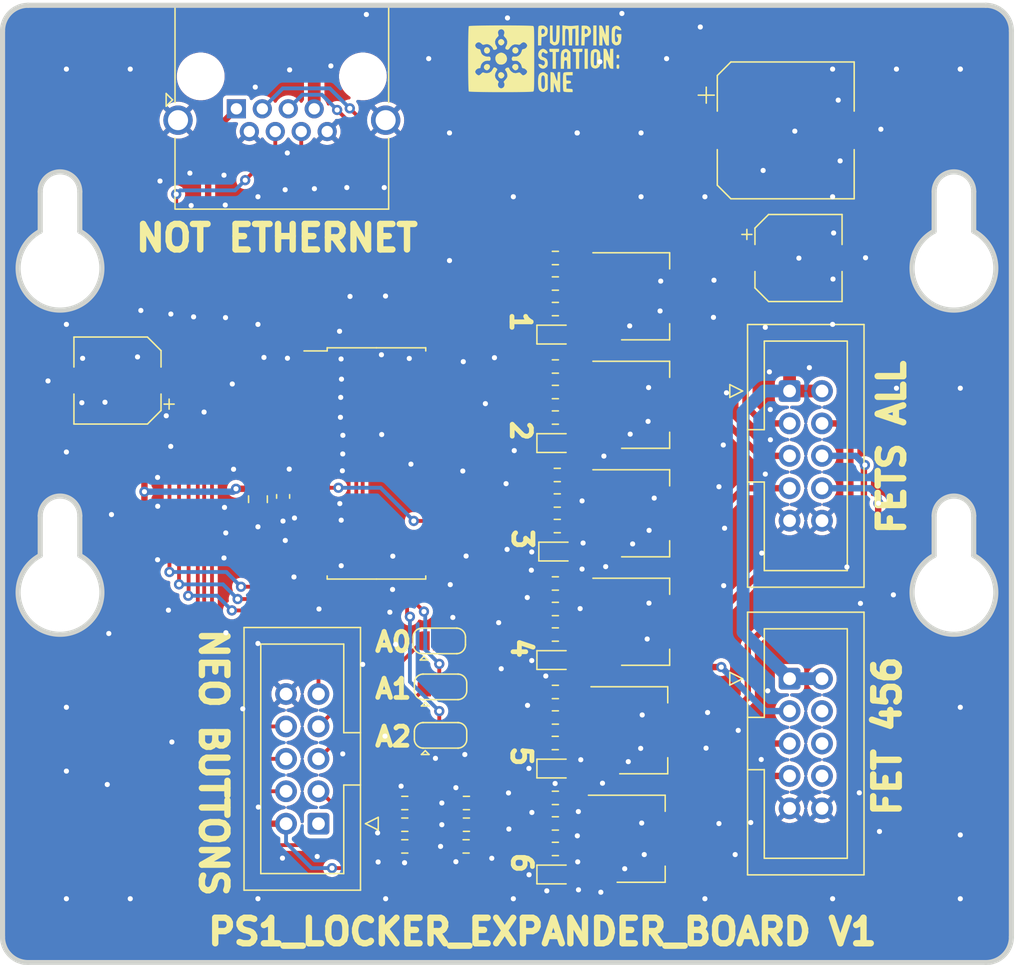
<source format=kicad_pcb>
(kicad_pcb (version 20240108) (generator "pcbnew") (generator_version "8.0")
  (layers (0 "F.Cu" signal) (31 "B.Cu" signal) (34 "B.Paste" user) (35 "F.Paste" user) (36 "B.SilkS" user "B.Silkscreen") (37 "F.SilkS" user "F.Silkscreen") (38 "B.Mask" user) (39 "F.Mask" user) (44 "Edge.Cuts" user))
  (net 0 "")
  (net 1 "GND")
  (net 2 "+VDC")
  (net 3 "+5V")
  (net 4 "Net-(D101-A)")
  (net 5 "Net-(D102-A)")
  (net 6 "Net-(D103-A)")
  (net 7 "Net-(D104-A)")
  (net 8 "Net-(D105-A)")
  (net 9 "Net-(D106-A)")
  (net 10 "/button6")
  (net 11 "/button5")
  (net 12 "/neo_in")
  (net 13 "/button2")
  (net 14 "/button1")
  (net 15 "/button3")
  (net 17 "/button4")
  (net 18 "/FET3")
  (net 19 "/FET2")
  (net 20 "/FET1")
  (net 21 "/FET6")
  (net 22 "/FET4")
  (net 23 "/FET5")
  (net 24 "/IO_SDA")
  (net 25 "/IO_SCL")
  (net 29 "Net-(Q101-G)")
  (net 30 "Net-(Q102-G)")
  (net 31 "Net-(Q103-G)")
  (net 32 "Net-(Q104-G)")
  (net 33 "Net-(Q105-G)")
  (net 34 "Net-(Q106-G)")
  (net 35 "/fet1")
  (net 36 "/fet2")
  (net 37 "/fet3")
  (net 38 "/fet4")
  (net 39 "/fet5")
  (net 40 "/fet6")
  (net 41 "/A0")
  (net 43 "/A1")
  (net 46 "/A2")
  (net 48 "/PA_EINT7")
  (net 49 "/button_int")
  (net 50 "Net-(JP101-A)")
  (net 51 "Net-(JP101-B)")
  (net 52 "Net-(JP102-A)")
  (net 53 "Net-(JP102-B)")
  (net 54 "Net-(JP103-B)")
  (net 55 "Net-(JP103-A)")
  (footprint "Resistor_SMD:R_0603_1608Metric" (layer "F.Cu") (at 193.29 74.3 180)
    (property "Reference" "R116" (hide yes))
    (property "Value" "10k")
  )
  (footprint "Resistor_SMD:R_0603_1608Metric" (layer "F.Cu") (at 193.29 91.1 180)
    (property "Reference" "R120" (hide yes))
    (property "Value" "10k")
  )
  (footprint "Resistor_SMD:R_0603_1608Metric" (layer "F.Cu") (at 181.5 90.9 180)
    (property "Reference" "R105" (hide yes))
    (property "Value" "10k")
  )
  (footprint "Resistor_SMD:R_0603_1608Metric" (layer "F.Cu") (at 193.29 72.3 180)
    (property "Reference" "R117" (hide yes))
    (property "Value" "10k")
  )
  (footprint "Package_TO_SOT_SMD:SOT-223-3_TabPin2" (layer "F.Cu") (at 200.33 64.8)
    (property "Reference" "Q103" (hide yes))
    (property "Value" "HIGH PWR FET")
  )
  (footprint "Resistor_SMD:R_0603_1608Metric" (layer "F.Cu") (at 193.44 61.8 180)
    (property "Reference" "R115" (hide yes))
    (property "Value" "220R")
  )
  (footprint "Resistor_SMD:R_0603_1608Metric" (layer "F.Cu") (at 193.29 87.1 180)
    (property "Reference" "R124" (hide yes))
    (property "Value" "220R")
  )
  (footprint "Capacitor_SMD:CP_Elec_6.3x7.7" (layer "F.Cu") (at 159 54.4 180)
    (property "Reference" "C105" (hide yes))
    (property "Value" "47uF")
  )
  (footprint "LED_SMD:LED_0603_1608Metric" (layer "F.Cu") (at 193.48 67.8)
    (property "Reference" "D103" (hide yes))
    (property "Value" "led_g")
  )
  (footprint "Resistor_SMD:R_0603_1608Metric" (layer "F.Cu") (at 193.29 46.8 180)
    (property "Reference" "R108" (hide yes))
    (property "Value" "10k")
  )
  (footprint "Resistor_SMD:R_0603_1608Metric" (layer "F.Cu") (at 186.3 90.9)
    (property "Reference" "R102" (hide yes))
    (property "Value" "10k")
  )
  (footprint "Resistor_SMD:R_0603_1608Metric" (layer "F.Cu") (at 181.5 89.2 180)
    (property "Reference" "R103" (hide yes))
    (property "Value" "10k")
  )
  (footprint "Resistor_SMD:R_0603_1608Metric" (layer "F.Cu") (at 193.29 53.3 180)
    (property "Reference" "R114" (hide yes))
    (property "Value" "220R")
  )
  (footprint "Resistor_SMD:R_0603_1608Metric" (layer "F.Cu") (at 186.325 89.2)
    (property "Reference" "R104" (hide yes))
    (property "Value" "10k")
  )
  (footprint "Resistor_SMD:R_0603_1608Metric" (layer "F.Cu") (at 193.29 70.3 180)
    (property "Reference" "R122" (hide yes))
    (property "Value" "220R")
  )
  (footprint "Package_SO:SOIC-28W_7.5x17.9mm_P1.27mm" (layer "F.Cu") (at 179.28 60.895)
    (property "Reference" "U101" (hide yes))
    (property "Value" "MCP23017")
  )
  (footprint "Package_TO_SOT_SMD:SOT-223-3_TabPin2" (layer "F.Cu") (at 200.33 56.3)
    (property "Reference" "Q102" (hide yes))
    (property "Value" "HIGH PWR FET")
  )
  (footprint "Package_TO_SOT_SMD:SOT-223-3_TabPin2" (layer "F.Cu") (at 200.33 47.8)
    (property "Reference" "Q101" (hide yes))
    (property "Value" "HIGH PWR FET")
  )
  (footprint "Connector_IDC:IDC-Header_2x05_P2.54mm_Vertical" (layer "F.Cu") (at 174.74 89.12 180)
    (property "Reference" "J101" (hide yes))
    (property "Value" "Conn_02x05_Odd_Even")
  )
  (footprint "Capacitor_SMD:CP_Elec_6.3x7.7" (layer "F.Cu") (at 212.33 44.8)
    (property "Reference" "C104" (hide yes))
    (property "Value" "47uF")
  )
  (footprint "Connector_IDC:IDC-Header_2x05_P2.54mm_Vertical" (layer "F.Cu") (at 211.63 77.76)
    (property "Reference" "J104" (hide yes))
    (property "Value" "Conn_02x05_Odd_Even")
  )
  (footprint "Capacitor_SMD:CP_Elec_10x10.5" (layer "F.Cu") (at 211.33 34.8)
    (property "Reference" "C101" (hide yes))
    (property "Value" "220uF")
  )
  (footprint "Resistor_SMD:R_0603_1608Metric" (layer "F.Cu") (at 193.29 80.8 180)
    (property "Reference" "R119" (hide yes))
    (property "Value" "10k")
  )
  (footprint "Resistor_SMD:R_0603_1608Metric" (layer "F.Cu") (at 193.29 55.3 180)
    (property "Reference" "R110" (hide yes))
    (property "Value" "10k")
  )
  (footprint "Resistor_SMD:R_0603_1608Metric" (layer "F.Cu") (at 193.29 57.3 180)
    (property "Reference" "R109" (hide yes))
    (property "Value" "10k")
  )
  (footprint "LED_SMD:LED_0603_1608Metric" (layer "F.Cu") (at 193.33 59.3)
    (property "Reference" "D102" (hide yes))
    (property "Value" "led_g")
  )
  (footprint "Package_TO_SOT_SMD:SOT-223-3_TabPin2" (layer "F.Cu") (at 199.98 90.3)
    (property "Reference" "Q106" (hide yes))
    (property "Value" "HIGH PWR FET")
  )
  (footprint "LED_SMD:LED_0603_1608Metric" (layer "F.Cu") (at 193.33 76.3)
    (property "Reference" "D104" (hide yes))
    (property "Value" "led_g")
  )
  (footprint "Jumper:SolderJumper-3_P1.3mm_Open_RoundedPad1.0x1.5mm" (layer "F.Cu") (at 184.2 74.8)
    (property "Reference" "JP101" (hide yes))
    (property "Value" "SolderJumper_3_Open")
  )
  (footprint "Connector_RJ:RJ45_Amphenol_RJHSE5380" (layer "F.Cu") (at 168.31 33.11)
    (property "Reference" "J103" (hide yes))
    (property "Value" "RJ45_Shielded")
  )
  (footprint "Jumper:SolderJumper-3_P1.3mm_Open_RoundedPad1.0x1.5mm" (layer "F.Cu") (at 184.3 78.4)
    (property "Reference" "JP102" (hide yes))
    (property "Value" "SolderJumper_3_Open")
  )
  (footprint "Connector_IDC:IDC-Header_2x05_P2.54mm_Vertical" (layer "F.Cu") (at 211.63 55.22)
    (property "Reference" "J102" (hide yes))
    (property "Value" "Conn_02x05_Odd_Even")
  )
  (footprint "Symbol:ps1" (layer "F.Cu") (at 192.44 29.17)
    (property "Reference" "G***" (hide yes))
    (property "Value" "LOGO" (hide yes))
  )
  (footprint "Package_TO_SOT_SMD:SOT-223-3_TabPin2" (layer "F.Cu") (at 200.33 73.3)
    (property "Reference" "Q104" (hide yes))
    (property "Value" "HIGH PWR FET")
  )
  (footprint "Package_TO_SOT_SMD:SOT-223-3_TabPin2" (layer "F.Cu") (at 200.18 81.8)
    (property "Reference" "Q105" (hide yes))
    (property "Value" "HIGH PWR FET")
  )
  (footprint "LED_SMD:LED_0603_1608Metric" (layer "F.Cu") (at 193.33 50.8)
    (property "Reference" "D101" (hide yes))
    (property "Value" "led_g")
  )
  (footprint "Resistor_SMD:R_0603_1608Metric" (layer "F.Cu") (at 193.44 65.8 180)
    (property "Reference" "R111" (hide yes))
    (property "Value" "10k")
  )
  (footprint "Resistor_SMD:R_0603_1608Metric" (layer "F.Cu") (at 193.29 89.1 180)
    (property "Reference" "R121" (hide yes))
    (property "Value" "10k")
  )
  (footprint "LED_SMD:LED_0603_1608Metric" (layer "F.Cu") (at 193.33 84.8)
    (property "Reference" "D105" (hide yes))
    (property "Value" "led_g")
  )
  (footprint "Resistor_SMD:R_0603_1608Metric" (layer "F.Cu") (at 193.28 82.8 180)
    (property "Reference" "R118" (hide yes))
    (property "Value" "10k")
  )
  (footprint "LED_SMD:LED_0603_1608Metric" (layer "F.Cu") (at 193.33 93.1)
    (property "Reference" "D106" (hide yes))
    (property "Value" "led_g")
  )
  (footprint "Resistor_SMD:R_0603_1608Metric" (layer "F.Cu") (at 186.325 87.5)
    (property "Reference" "R106" (hide yes))
    (property "Value" "10k")
  )
  (footprint "Capacitor_SMD:C_0603_1608Metric" (layer "F.Cu") (at 171.97 63.48 -90)
    (property "Reference" "C103" (hide yes))
    (property "Value" ".1uF")
  )
  (footprint "Resistor_SMD:R_0603_1608Metric" (layer "F.Cu") (at 193.29 44.8 180)
    (property "Reference" "R113" (hide yes))
    (property "Value" "220R")
  )
  (footprint "Capacitor_SMD:C_0805_2012Metric" (layer "F.Cu") (at 170 63.695 -90)
    (property "Reference" "C102" (hide yes))
    (property "Value" "22uF")
  )
  (footprint "Resistor_SMD:R_0603_1608Metric" (layer "F.Cu") (at 181.5 87.5 180)
    (property "Reference" "R101" (hide yes))
    (property "Value" "10k")
  )
  (footprint "Resistor_SMD:R_0603_1608Metric" (layer "F.Cu") (at 193.44 63.8 180)
    (property "Reference" "R112" (hide yes))
    (property "Value" "10k")
  )
  (footprint "Resistor_SMD:R_0603_1608Metric" (layer "F.Cu") (at 193.29 78.8 180)
    (property "Reference" "R123" (hide yes))
    (property "Value" "220R")
  )
  (footprint "Jumper:SolderJumper-3_P1.3mm_Open_RoundedPad1.0x1.5mm" (layer "F.Cu") (at 184.3 82.2)
    (property "Reference" "JP103" (hide yes))
    (property "Value" "SolderJumper_3_Open")
  )
  (footprint "Resistor_SMD:R_0603_1608Metric" (layer "F.Cu") (at 193.29 48.8 180)
    (property "Reference" "R107" (hide yes))
    (property "Value" "10k")
  )
  (gr_arc (start 156.05 42.707869) (mid 154.5 48.881301) (end 152.95 42.707869) (stroke (width 0.4)) (layer "Edge.Cuts"))
  (gr_arc (start 227 25) (mid 228.414214 25.585786) (end 229 27) (stroke (width 0.4)) (layer "Edge.Cuts"))
  (gr_line (start 152.95 68.107868) (end 152.95 65) (stroke (width 0.4)) (layer "Edge.Cuts"))
  (gr_arc (start 156.05 68.107868) (mid 154.5 74.2813) (end 152.95 68.107868) (stroke (width 0.4)) (layer "Edge.Cuts"))
  (gr_arc (start 152.95 65) (mid 154.5 63.45) (end 156.05 65) (stroke (width 0.4)) (layer "Edge.Cuts"))
  (gr_arc (start 226.05 68.107869) (mid 224.5 74.281299) (end 222.95 68.107868) (stroke (width 0.4)) (layer "Edge.Cuts"))
  (gr_arc (start 151.999999 100) (mid 150.585786 99.414214) (end 150 98.000002) (stroke (width 0.4)) (layer "Edge.Cuts"))
  (gr_line (start 222.95 42.70787) (end 222.95 39.6) (stroke (width 0.4)) (layer "Edge.Cuts"))
  (gr_line (start 156.05 68.107868) (end 156.05 65) (stroke (width 0.4)) (layer "Edge.Cuts"))
  (gr_arc (start 222.95 65) (mid 224.5 63.45) (end 226.05 65) (stroke (width 0.4)) (layer "Edge.Cuts"))
  (gr_line (start 152.95 42.707869) (end 152.95 39.6) (stroke (width 0.4)) (layer "Edge.Cuts"))
  (gr_arc (start 152.95 39.6) (mid 154.5 38.05) (end 156.05 39.6) (stroke (width 0.4)) (layer "Edge.Cuts"))
  (gr_line (start 156.05 42.707869) (end 156.05 39.6) (stroke (width 0.4)) (layer "Edge.Cuts"))
  (gr_line (start 150 98.000002) (end 150 26.999999) (stroke (width 0.4)) (layer "Edge.Cuts"))
  (gr_arc (start 222.95 39.6) (mid 224.5 38.05) (end 226.05 39.6) (stroke (width 0.4)) (layer "Edge.Cuts"))
  (gr_line (start 151.999998 25) (end 227 25) (stroke (width 0.4)) (layer "Edge.Cuts"))
  (gr_line (start 151.999999 100) (end 227 100) (stroke (width 0.4)) (layer "Edge.Cuts"))
  (gr_line (start 226.05 68.107869) (end 226.05 65) (stroke (width 0.4)) (layer "Edge.Cuts"))
  (gr_arc (start 229 98) (mid 228.414214 99.414214) (end 227 100) (stroke (width 0.4)) (layer "Edge.Cuts"))
  (gr_line (start 229 98) (end 229 27) (stroke (width 0.4)) (layer "Edge.Cuts"))
  (gr_line (start 226.05 42.707869) (end 226.05 39.6) (stroke (width 0.4)) (layer "Edge.Cuts"))
  (gr_arc (start 150 26.999999) (mid 150.585786 25.585786) (end 151.999998 25) (stroke (width 0.4)) (layer "Edge.Cuts"))
  (gr_arc (start 226.05 42.707869) (mid 224.5 48.881299) (end 222.95 42.70787) (stroke (width 0.4)) (layer "Edge.Cuts"))
  (gr_line (start 222.95 68.107868) (end 222.95 65) (stroke (width 0.4)) (layer "Edge.Cuts"))
  (gr_text "5" (at 189.75 82.87 270) (layer "F.SilkS") (effects (font (size 1.5 1.5) (thickness 0.375) (bold yes)) (justify left bottom)))
  (gr_text "1\n" (at 189.69 48.84 270) (layer "F.SilkS") (effects (font (size 1.5 1.5) (thickness 0.375) (bold yes)) (justify left bottom)))
  (gr_text "NOT ETHERNET" (at 160.2 44.4 0) (layer "F.SilkS") (effects (font (size 2 2) (thickness 0.5) (bold yes)) (justify left bottom)))
  (gr_text "A1\n" (at 178.99 79.43 0) (layer "F.SilkS") (effects (font (size 1.5 1.5) (thickness 0.375) (bold yes)) (justify left bottom)))
  (gr_text "PS1_LOCKER_EXPANDER_BOARD V1" (at 165.85 98.76 0) (layer "F.SilkS") (effects (font (size 2 2) (thickness 0.5) (bold yes)) (justify left bottom)))
  (gr_text "A2\n" (at 178.99 83.18 0) (layer "F.SilkS") (effects (font (size 1.5 1.5) (thickness 0.375) (bold yes)) (justify left bottom)))
  (gr_text "6" (at 189.79 91.23 270) (layer "F.SilkS") (effects (font (size 1.5 1.5) (thickness 0.375) (bold yes)) (justify left bottom)))
  (gr_text "2" (at 189.71 57.37 270) (layer "F.SilkS") (effects (font (size 1.5 1.5) (thickness 0.375) (bold yes)) (justify left bottom)))
  (gr_text "NEO BUTTONS\n" (at 165.34 73.62 270) (layer "F.SilkS") (effects (font (size 2 2) (thickness 0.5) (bold yes)) (justify left bottom)))
  (gr_text "4" (at 189.77 74.4 270) (layer "F.SilkS") (effects (font (size 1.5 1.5) (thickness 0.375) (bold yes)) (justify left bottom)))
  (gr_text "A0\n" (at 178.99 75.76 0) (layer "F.SilkS") (effects (font (size 1.5 1.5) (thickness 0.375) (bold yes)) (justify left bottom)))
  (gr_text "FETS ALL" (at 220.8 66.67 90) (layer "F.SilkS") (effects (font (size 2 2) (thickness 0.5) (bold yes)) (justify left bottom)))
  (gr_text "FET 456" (at 220.45 88.73 90) (layer "F.SilkS") (effects (font (size 2 2) (thickness 0.5) (bold yes)) (justify left bottom)))
  (gr_text "3" (at 189.83 65.87 270) (layer "F.SilkS") (effects (font (size 1.5 1.5) (thickness 0.375) (bold yes)) (justify left bottom)))
  (via (at 155 50) (size 0.8) (drill 0.4) (layers "F.Cu" "B.Cu") (net 1))
  (via (at 209.45 67.92) (size 0.8) (drill 0.4) (layers "F.Cu" "B.Cu") (net 1))
  (via (at 217.58 44.78) (size 0.8) (drill 0.4) (layers "F.Cu" "B.Cu") (net 1))
  (via (at 196.85 94.49) (size 0.8) (drill 0.4) (layers "F.Cu" "B.Cu") (net 1))
  (via (at 195.04 92.11) (size 0.8) (drill 0.4) (layers "F.Cu" "B.Cu") (net 1))
  (via (at 215.03 46.45) (size 0.8) (drill 0.4) (layers "F.Cu" "B.Cu") (net 1))
  (via (at 188.85 73.37) (size 0.8) (drill 0.4) (layers "F.Cu" "B.Cu") (net 1))
  (via (at 210.05 53.72) (size 0.8) (drill 0.4) (layers "F.Cu" "B.Cu") (net 1))
  (via (at 205.21 80.41) (size 0.8) (drill 0.4) (layers "F.Cu" "B.Cu") (net 1))
  (via (at 172.3 36.57) (size 0.8) (drill 0.4) (layers "F.Cu" "B.Cu") (net 1))
  (via (at 170 50) (size 0.8) (drill 0.4) (layers "F.Cu" "B.Cu") (net 1))
  (via (at 204.64 26.7) (size 0.8) (drill 0.4) (layers "F.Cu" "B.Cu") (net 1))
  (via (at 218.67 89.73) (size 0.8) (drill 0.4) (layers "F.Cu" "B.Cu") (net 1))
  (via (at 176.52 68.91) (size 0.8) (drill 0.4) (layers "F.Cu" "B.Cu") (net 1))
  (via (at 195.1 94.3) (size 0.8) (drill 0.4) (layers "F.Cu" "B.Cu") (net 1))
  (via (at 183.9 84) (size 0.8) (drill 0.4) (layers "F.Cu" "B.Cu") (net 1))
  (via (at 195.38 63.83) (size 0.8) (drill 0.4) (layers "F.Cu" "B.Cu") (net 1))
  (via (at 199.15 58.6) (size 0.8) (drill 0.4) (layers "F.Cu" "B.Cu") (net 1))
  (via (at 196.98 85.95) (size 0.8) (drill 0.4) (layers "F.Cu" "B.Cu") (net 1))
  (via (at 200.62 71.84) (size 0.8) (drill 0.4) (layers "F.Cu" "B.Cu") (net 1))
  (via (at 198.72 92.65) (size 0.8) (drill 0.4) (layers "F.Cu" "B.Cu") (net 1))
  (via (at 199.11 50.12) (size 0.8) (drill 0.4) (layers "F.Cu" "B.Cu") (net 1))
  (via (at 205 95) (size 0.8) (drill 0.4) (layers "F.Cu" "B.Cu") (net 1))
  (via (at 169.79 31.41) (size 0.8) (drill 0.4) (layers "F.Cu" "B.Cu") (net 1))
  (via (at 210.12 56.67) (size 0.8) (drill 0.4) (layers "F.Cu" "B.Cu") (net 1))
  (via (at 200.25 91.54) (size 0.8) (drill 0.4) (layers "F.Cu" "B.Cu") (net 1))
  (via (at 179.99 47.78) (size 0.8) (drill 0.4) (layers "F.Cu" "B.Cu") (net 1))
  (via (at 199.34 67.2) (size 0.8) (drill 0.4) (layers "F.Cu" "B.Cu") (net 1))
  (via (at 180.33 72.55) (size 0.8) (drill 0.4) (layers "F.Cu" "B.Cu") (net 1))
  (via (at 156.21 56.14) (size 0.8) (drill 0.4) (layers "F.Cu" "B.Cu") (net 1))
  (via (at 170 75) (size 0.8) (drill 0.4) (layers "F.Cu" "B.Cu") (net 1))
  (via (at 190 95) (size 0.8) (drill 0.4) (layers "F.Cu" "B.Cu") (net 1))
  (via (at 206.47 70.47) (size 0.8) (drill 0.4) (layers "F.Cu" "B.Cu") (net 1))
  (via (at 153.56 54.43) (size 0.8) (drill 0.4) (layers "F.Cu" "B.Cu") (net 1))
  (via (at 155 60) (size 0.8) (drill 0.4) (layers "F.Cu" "B.Cu") (net 1))
  (via (at 195.46 67.13) (size 0.8) (drill 0.4) (layers "F.Cu" "B.Cu") (net 1))
  (via (at 185.5 92.1) (size 0.8) (drill 0.4) (layers "F.Cu" "B.Cu") (net 1))
  (via (at 172.82 69.79) (size 0.8) (drill 0.4) (layers "F.Cu" "B.Cu") (net 1))
  (via (at 172.48 30.06) (size 0.8) (drill 0.4) (layers "F.Cu" "B.Cu") (net 1))
  (via (at 206.54 65.97) (size 0.8) (drill 0.4) (layers "F.Cu" "B.Cu") (net 1))
  (via (at 167.99 54.67) (size 0.8) (drill 0.4) (layers "F.Cu" "B.Cu") (net 1))
  (via (at 181.85 52.67) (size 0.8) (drill 0.4) (layers "F.Cu" "B.Cu") (net 1))
  (via (at 200.63 66.14) (size 0.8) (drill 0.4) (layers "F.Cu" "B.Cu") (net 1))
  (via (at 160.83 48.91) (size 0.8) (drill 0.4) (layers "F.Cu" "B.Cu") (net 1))
  (via (at 215 30) (size 0.8) (drill 0.4) (layers "F.Cu" "B.Cu") (net 1))
  (via (at 192.62 94.38) (size 0.8) (drill 0.4) (layers "F.Cu" "B.Cu") (net 1))
  (via (at 225 95) (size 0.8) (drill 0.4) (layers "F.Cu" "B.Cu") (net 1))
  (via (at 209.56 37.94) (size 0.8) (drill 0.4) (layers "F.Cu" "B.Cu") (net 1))
  (via (at 191.44 76.34) (size 0.8) (drill 0.4) (layers "F.Cu" "B.Cu") (net 1))
  (via (at 192.54 77.55) (size 0.8) (drill 0.4) (layers "F.Cu" "B.Cu") (net 1))
  (via (at 181.48 92.18) (size 0.8) (drill 0.4) (layers "F.Cu" "B.Cu") (net 1))
  (via (at 167.38 64.34) (size 0.8) (drill 0.4) (layers "F.Cu" "B.Cu") (net 1))
  (via (at 170 40) (size 0.8) (drill 0.4) (layers "F.Cu" "B.Cu") (net 1))
  (via (at 174.42 39.37) (size 0.8) (drill 0.4) (layers "F.Cu" "B.Cu") (net 1))
  (via (at 187.81 56.21) (size 0.8) (drill 0.4) (layers "F.Cu" "B.Cu") (net 1))
  (via (at 160 30) (size 0.8) (drill 0.4) (layers "F.Cu" "B.Cu") (net 1))
  (via (at 172.45 61.34) (size 0.8) (drill 0.4) (layers "F.Cu" "B.Cu") (net 1))
  (via (at 215.08 42.84) (size 0.8) (drill 0.4) (layers "F.Cu" "B.Cu") (net 1))
  (via (at 195.01 90.07) (size 0.8) (drill 0.4) (layers "F.Cu" "B.Cu") (net 1))
  (via (at 178.2 76.64) (size 0.8) (drill 0.4) (layers "F.Cu" "B.Cu") (net 1))
  (via (at 172.14 66.93) (size 0.8) (drill 0.4) (layers "F.Cu" "B.Cu") (net 1))
  (via (at 158.32 74.22) (size 0.8) (drill 0.4) (layers "F.Cu" "B.Cu") (net 1))
  (via (at 162.14 61.99) (size 0.8) (drill 0.4) (layers "F.Cu" "B.Cu") (net 1))
  (via (at 210.13 59.04) (size 0.8) (drill 0.4) (layers "F.Cu" "B.Cu") (net 1))
  (via (at 168.09 61.35) (size 0.8) (drill 0.4) (layers "F.Cu" "B.Cu") (net 1))
  (via (at 195.38 69.17) (size 0.8) (drill 0.4) (layers "F.Cu" "B.Cu") (net 1))
  (via (at 200.59 54.95) (size 0.8) (drill 0.4) (layers "F.Cu" "B.Cu") (net 1))
  (via (at 164.67 38.15) (size 0.8) (drill 0.4) (layers "F.Cu" "B.Cu") (net 1))
  (via (at 191.45 88.24) (size 0.8) (drill 0.4) (layers "F.Cu" "B.Cu") (net 1))
  (via (at 163.17 59.56) (size 0.8) (drill 0.4) (layers "F.Cu" "B.Cu") (net 1))
  (via (at 209.41 84.09) (size 0.8) (drill 0.4) (layers "F.Cu" "B.Cu") (net 1))
  (via (at 191.23 93.12) (size 0.8) (drill 0.4) (layers "F.Cu" "B.Cu") (net 1))
  (via (at 156.27 52.66) (size 0.8) (drill 0.4) (layers "F.Cu" "B.Cu") (net 1))
  (via (at 215 50) (size 0.8) (drill 0.4) (layers "F.Cu" "B.Cu") (net 1))
  (via (at 155 95) (size 0.8) (drill 0.4) (layers "F.Cu" "B.Cu") (net 1))
  (via (at 212.04 34.86) (size 0.8) (drill 0.4) (layers "F.Cu" "B.Cu") (net 1))
  (via (at 215 95) (size 0.8) (drill 0.4) (layers "F.Cu" "B.Cu") (net 1))
  (via (at 191.22 84.79) (size 0.8) (drill 0.4) (layers "F.Cu" "B.Cu") (net 1))
  (via (at 176.52 65.34) (size 0.8) (drill 0.4) (layers "F.Cu" "B.Cu") (net 1))
  (via (at 180.56 68.16) (size 0.8) (drill 0.4) (layers "F.Cu" "B.Cu") (net 1))
  (via (at 180.54 70.77) (size 0.8) (drill 0.4) (layers "F.Cu" "B.Cu") (net 1))
  (via (at 195 35) (size 0.8) (drill 0.4) (layers "F.Cu" "B.Cu") (net 1))
  (via (at 176.39 50.54) (size 0.8) (drill 0.4) (layers "F.Cu" "B.Cu") (net 1))
  (via (at 189.62 86.71) (size 0.8) (drill 0.4) (layers "F.Cu" "B.Cu") (net 1))
  (via (at 184.3 90.9) (size 0.8) (drill 0.4) (layers "F.Cu" "B.Cu") (net 1))
  (via (at 191.41 69.26) (size 0.8) (drill 0.4) (layers "F.Cu" "B.Cu") (net 1))
  (via (at 195.28 84.11) (size 0.8) (drill 0.4) (layers "F.Cu" "B.Cu") (net 1))
  (via (at 185.26 72.96) (size 0.8) (drill 0.4) (layers "F.Cu" "B.Cu") (net 1))
  (via (at 218.78 34.71) (size 0.8) (drill 0.4) (layers "F.Cu" "B.Cu") (net 1))
  (via (at 225 30) (size 0.8) (drill 0.4) (layers "F.Cu" "B.Cu") (net 1))
  (via (at 183.37 29.18) (size 0.8) (drill 0.4) (layers "F.Cu" "B.Cu") (net 1))
  (via (at 220 30) (size 0.8) (drill 0.4) (layers "F.Cu" "B.Cu") (net 1))
  (via (at 167.48 66.34) (size 0.8) (drill 0.4) (layers "F.Cu" "B.Cu") (net 1))
  (via (at 170 95) (size 0.8) (drill 0.4) (layers "F.Cu" "B.Cu") (net 1))
  (via (at 167.46 49.47) (size 0.8) (drill 0.4) (layers "F.Cu" "B.Cu") (net 1))
  (via (at 205.71 46.54) (size 0.8) (drill 0.4) (layers "F.Cu" "B.Cu") (net 1))
  (via (at 160 95) (size 0.8) (drill 0.4) (layers "F.Cu" "B.Cu") (net 1))
  (via (at 200 40) (size 0.8) (drill 0.4) (layers "F.Cu" "B.Cu") (net 1))
  (via (at 185.5 86.3) (size 0.8) (drill 0.4) (layers "F.Cu" "B.Cu") (net 1))
  (via (at 174.78 72.3) (size 0.8) (drill 0.4) (layers "F.Cu" "B.Cu") (net 1))
  (via (at 167.44 40.65) (size 0.8) (drill 0.4) (layers "F.Cu" "B.Cu") (net 1))
  (via (at 186.04 61.49) (size 0.8) (drill 0.4) (layers "F.Cu" "B.Cu") (net 1))
  (via (at 155 80) (size 0.8) (drill 0.4) (layers "F.Cu" "B.Cu") (net 1))
  (via (at 200.05 89.07) (size 0.8) (drill 0.4) (layers "F.Cu" "B.Cu") (net 1))
  (via (at 158.53 64.9) (size 0.8) (drill 0.4) (layers "F.Cu" "B.Cu") (net 1))
  (via (at 168.81 80.12) (size 0.8) (drill 0.4) (layers "F.Cu" "B.Cu") (net 1))
  (via (at 179.69 58.63) (size 0.8) (drill 0.4) (layers "F.Cu" "B.Cu") (net 1))
  (via (at 206.1 62.72) (size 0.8) (drill 0.4) (layers "F.Cu" "B.Cu") (net 1))
  (via (at 195 35) (size 0.8) (drill 0.4) (layers "F.Cu" "B.Cu") (net 1))
  (via (at 225 80) (size 0.8) (drill 0.4) (layers "F.Cu" "B.Cu") (net 1))
  (via (at 189.51 67.63) (size 0.8) (drill 0.4) (layers "F.Cu" "B.Cu") (net 1))
  (via (at 162.15 64.25) (size 0.8) (drill 0.4) (layers "F.Cu" "B.Cu") (net 1))
  (via (at 190.07 59.89) (size 0.8) (drill 0.4) (layers "F.Cu" "B.Cu") (net 1))
  (via (at 174.64 91.69) (size 0.8) (drill 0.4) (layers "F.Cu" "B.Cu") (net 1))
  (via (at 167.49 74.16) (size 0.8) (drill 0.4) (layers "F.Cu" "B.Cu") (net 1))
  (via (at 176.48 55.72) (size 0.8) (drill 0.4) (layers "F.Cu" "B.Cu") (net 1))
  (via (at 201.03 63.61) (size 0.8) (drill 0.4) (layers "F.Cu" "B.Cu") (net 1))
  (via (at 162.99 72.39) (size 0.8) (drill 0.4) (layers "F.Cu" "B.Cu") (net 1))
  (via (at 172.31 52.65) (size 0.8) (drill 0.4) (layers "F.Cu" "B.Cu") (net 1))
  (via (at 212.36 44.81) (size 0.8) (drill 0.4) (layers "F.Cu" "B.Cu") (net 1))
  (via (at 176.64 83.65) (size 0.8) (drill 0.4) (layers "F.Cu" "B.Cu") (net 1))
  (via (at 176.51 52.71) (size 0.8) (drill 0.4) (layers "F.Cu" "B.Cu") (net 1))
  (via (at 189.65 89.54) (size 0.8) (drill 0.4) (layers "F.Cu" "B.Cu") (net 1))
  (via (at 180.78 75.07) (size 0.8) (drill 0.4) (layers "F.Cu" "B.Cu") (net 1))
  (via (at 225 55) (size 0.8) (drill 0.4) (layers "F.Cu" "B.Cu") (net 1))
  (via (at 177.21 47.81) (size 0.8) (drill 0.4) (layers "F.Cu" "B.Cu") (net 1))
  (via (at 188.31 91.83) (size 0.8) (drill 0.4) (layers "F.Cu" "B.Cu") (net 1))
  (via (at 176.54 54.29) (size 0.8) (drill 0.4) (layers "F.Cu" "B.Cu") (net 1))
  (via (at 179.89 39.28) (size 0.8) (drill 0.4) (layers "F.Cu" "B.Cu") (net 1))
  (via (at 206.1 89.11) (size 0.8) (drill 0.4) (layers "F.Cu" "B.Cu") (net 1))
  (via (at 202 29.18) (size 0.8) (drill 0.4) (layers "F.Cu" "B.Cu") (net 1))
  (via (at 170.47 52.59) (size 0.8) (drill 0.4) (layers "F.Cu" "B.Cu") (net 1))
  (via (at 219.76 71.19) (size 0.8) (drill 0.4) (layers "F.Cu" "B.Cu") (net 1))
  (via (at 207.61 81.81) (size 0.8) (drill 0.4) (layers "F.Cu" "B.Cu") (net 1))
  (via (at 191.09 71.4) (size 0.8) (drill 0.4) (layers "F.Cu" "B.Cu") (net 1))
  (via (at 220 55) (size 0.8) (drill 0.4) (layers "F.Cu" "B.Cu") (net 1))
  (via (at 209.92 78.71) (size 0.8) (drill 0.4) (layers "F.Cu" "B.Cu") (net 1))
  (via (at 205.09 83.2) (size 0.8) (drill 0.4) (layers "F.Cu" "B.Cu") (net 1))
  (via (at 193.27 85.97) (size 0.8) (drill 0.4) (layers "F.Cu" "B.Cu") (net 1))
  (via (at 189.54 25.99) (size 0.8) (drill 0.4) (layers "F.Cu" "B.Cu") (net 1))
  (via (at 201.49 48.95) (size 0.8) (drill 0.4) (layers "F.Cu" "B.Cu") (net 1))
  (via (at 216.12 69.01) (size 0.8) (drill 0.4) (layers "F.Cu" "B.Cu") (net 1))
  (via (at 176.46 57.28) (size 0.8) (drill 0.4) (layers "F.Cu" "B.Cu") (net 1))
  (via (at 176.96 39.28) (size 0.8) (drill 0.4) (layers "F.Cu" "B.Cu") (net 1))
  (via (at 162.33 38.77) (size 0.8) (drill 0.4) (layers "F.Cu" "B.Cu") (net 1))
  (via (at 201.54 46.61) (size 0.8) (drill 0.4) (layers "F.Cu" "B.Cu") (net 1))
  (via (at 195.23 72.27) (size 0.8) (drill 0.4) (layers "F.Cu" "B.Cu") (net 1))
  (via (at 225 30) (size 0.8) (drill 0.4) (layers "F.Cu" "B.Cu") (net 1))
  (via (at 215.59 37.19) (size 0.8) (drill 0.4) (layers "F.Cu" "B.Cu") (net 1))
  (via (at 189.05 76.98) (size 0.8) (drill 0.4) (layers "F.Cu" "B.Cu") (net 1))
  (via (at 179.67 52.38) (size 0.8) (drill 0.4) (layers "F.Cu" "B.Cu") (net 1))
  (via (at 188.52 52.61) (size 0.8) (drill 0.4) (layers "F.Cu" "B.Cu") (net 1))
  (via (at 208.59 89.03) (size 0.8) (drill 0.4) (layers "F.Cu" "B.Cu") (net 1))
  (via (at 158.02 56.1) (size 0.8) (drill 0.4) (layers "F.Cu" "B.Cu") (net 1))
  (via (at 206.44 59.45) (size 0.8) (drill 0.4) (layers "F.Cu" "B.Cu") (net 1))
  (via (at 155 85) (size 0.8) (drill 0.4) (layers "F.Cu" "B.Cu") (net 1))
  (via (at 199.97 83.22) (size 0.8) (drill 0.4) (layers "F.Cu" "B.Cu") (net 1))
  (via (at 160.57 52.55) (size 0.8) (drill 0.4) (layers "F.Cu" "B.Cu") (net 1))
  (via (at 179.41 92.12) (size 0.8) (drill 0.4) (layers "F.Cu" "B.Cu") (net 1))
  (via (at 196.78 29.42) (size 0.8) (drill 0.4) (layers "F.Cu" "B.Cu") (net 1))
  (via (at 207.37 91.54) (size 0.8) (drill 0.4) (layers "F.Cu" "B.Cu") (net 1))
  (via (at 205 40) (size 0.8) (drill 0.4) (layers "F.Cu" "B.Cu") (net 1))
  (via (at 197.23 68.98) (size 0.8) (drill 0.4) (layers "F.Cu" "B.Cu") (net 1))
  (via (at 170 65.86) (size 0.8) (drill 0.4) (layers "F.Cu" "B.Cu") (net 1))
  (via (at 191.11 79.85) (size 0.8) (drill 0.4) (layers "F.Cu" "B.Cu") (net 1))
  (via (at 191.44 67.83) (size 0.8) (drill 0.4) (layers "F.Cu" "B.Cu") (net 1))
  (via (at 170.03 87.82) (size 0.8) (drill 0.4) (layers "F.Cu" "B.Cu") (net 1))
  (via (at 200.55 57.6) (size 0.8) (drill 0.4) (layers "F.Cu" "B.Cu") (net 1))
  (via (at 176.64 60.15) (size 0.8) (drill 0.4) (layers "F.Cu" "B.Cu") (net 1))
  (via (at 155 30) (size 0.8) (drill 0.4) (layers "F.Cu" "B.Cu") (net 1))
  (via (at 186.08 52.92) (size 0.8) (drill 0.4) (layers "F.Cu" "B.Cu") (net 1))
  (via (at 163.18 49.19) (size 0.8) (drill 0.4) (layers "F.Cu" "B.Cu") (net 1))
  (via (at 164.96 49.41) (size 0.8) (drill 0.4) (layers "F.Cu" "B.Cu") (net 1))
  (via (at 176.65 58.69) (size 0.8) (drill 0.4) (layers "F.Cu" "B.Cu") (net 1))
  (via (at 179.37 89.84) (size 0.8) (drill 0.4) (layers "F.Cu" "B.Cu") (net 1))
  (via (at 171.96 65.41) (size 0.8) (drill 0.4) (layers "F.Cu" "B.Cu") (net 1))
  (via (at 167.34 38.31) (size 0.8) (drill 0.4) (layers "F.Cu" "B.Cu") (net 1))
  (via (at 158.2 86.05) (size 0.8) (drill 0.4) (layers "F.Cu" "B.Cu") (net 1))
  (via (at 181.21 86.18) (size 0.8) (drill 0.4) (layers "F.Cu" "B.Cu") (net 1))
  (via (at 185 35) (size 0.8) (drill 0.4) (layers "F.Cu" "B.Cu") (net 1))
  (via (at 180 95) (size 0.8) (drill 0.4) (layers "F.Cu" "B.Cu") (net 1))
  (via (at 165.78 56.87) (size 0.8) (drill 0.4) (layers "F.Cu" "B.Cu") (net 1))
  (via (at 175.71 29.75) (size 0.8) (drill 0.4) (layers "F.Cu" "B.Cu") (net 1))
  (via (at 217.09 86.7) (size 0.8) (drill 0.4) (layers "F.Cu" "B.Cu") (net 1))
  (via (at 206.69 55.36) (size 0.8) (drill 0.4) (layers "F.Cu" "B.Cu") (net 1))
  (via (at 184.4 87.5) (size 0.8) (drill 0.4) (layers "F.Cu" "B.Cu") (net 1))
  (via (at 209.73 61.73) (size 0.8) (drill 0.4) (layers "F.Cu" "B.Cu") (net 1))
  (via (at 199 84.26) (size 0.8) (drill 0.4) (layers "F.Cu" "B.Cu") (net 1))
  (via (at 190 40) (size 0.8) (drill 0.4) (layers "F.Cu" "B.Cu") (net 1))
  (via (at 195.09 88.17) (size 0.8) (drill 0.4) (layers "F.Cu" "B.Cu") (net 1))
  (via (at 176.61 61.47) (size 0.8) (drill 0.4) (layers "F.Cu" "B.Cu") (net 1))
  (via (at 200 35) (size 0.8) (drill 0.4) (layers "F.Cu" "B.Cu") (net 1))
  (via (at 213.18 53.39) (size 0.8) (drill 0.4) (layers "F.Cu" "B.Cu") (net 1))
  (via (at 171.92 91.82) (size 0.8) (drill 0.4) (layers "F.Cu" "B.Cu") (net 1))
  (via (at 225 90) (size 0.8) (drill 0.4) (layers "F.Cu" "B.Cu") (net 1))
  (via (at 162.82 57.16) (size 0.8) (drill 0.4) (layers "F.Cu" "B.Cu") (net 1))
  (via (at 185.06 70.39) (size 0.8) (drill 0.4) (layers "F.Cu" "B.Cu") (net 1))
  (via (at 178.49 25.72) (size 0.8) (drill 0.4) (layers "F.Cu" "B.Cu") (net 1))
  (via (at 186.2 83.7) (size 0.8) (drill 0.4) (layers "F.Cu" "B.Cu") (net 1))
  (via (at 172.13 39.45) (size 0.8) (drill 0.4) (layers "F.Cu" "B.Cu") (net 1))
  (via (at 198.5 25.64) (size 0.8) (drill 0.4) (layers "F.Cu" "B.Cu") (net 1))
  (via (at 215 40) (size 0.8) (drill 0.4) (layers "F.Cu" "B.Cu") (net 1))
  (via (at 217.18 71.86) (size 0.8) (drill 0.4) (layers "F.Cu" "B.Cu") (net 1))
  (via (at 205.67 49.45) (size 0.8) (drill 0.4) (layers "F.Cu" "B.Cu") (net 1))
  (via (at 200.48 74.65) (size 0.8) (drill 0.4) (layers "F.Cu" "B.Cu") (net 1))
  (via (at 181.98 60.95) (size 0.8) (drill 0.4) (layers "F.Cu" "B.Cu") (net 1))
  (via (at 200.09 80.6) (size 0.8) (drill 0.4) (layers "F.Cu" "B.Cu") (net 1))
  (via (at 179.95 82.26) (size 0.8) (drill 0.4) (layers "F.Cu" "B.Cu") (net 1))
  (via (at 162.14 68.44) (size 0.8) (drill 0.4) (layers "F.Cu" "B.Cu") (net 1))
  (via (at 163.26 82.72) (size 0.8) (drill 0.4) (layers "F.Cu" "B.Cu") (net 1))
  (via (at 189.43 62.48) (size 0.8) (drill 0.4) (layers "F.Cu" "B.Cu") (net 1))
  (via (at 176.41 64.04) (size 0.8) (drill 0.4) (layers "F.Cu" "B.Cu") (net 1))
  (via (at 186.3 68.15) (size 0.8) (drill 0.4) (layers "F.Cu" "B.Cu") (net 1))
  (via (at 164.77 40.69) (size 0.8) (drill 0.4) (layers "F.Cu" "B.Cu") (net 1))
  (via (at 184.4 89.2) (size 0.8) (drill 0.4) (layers "F.Cu" "B.Cu") (net 1))
  (via (at 185 45) (size 0.8) (drill 0.4) (layers "F.Cu" "B.Cu") (net 1))
  (via (at 172.86 65.17) (size 0.8) (drill 0.4) (layers "F.Cu" "B.Cu") (net 1))
  (via (at 197.09 60.32) (size 0.8) (drill 0.4) (layers "F.Cu" "B.Cu") (net 1))
  (via (at 167.34 68.3) (size 0.8) (drill 0.4) (layers "F.Cu" "B.Cu") (net 1))
  (via (at 215.44 32.43) (size 0.8) (drill 0.4) (layers "F.Cu" "B.Cu") (net 1))
  (via (at 209.73 50.23) (size 0.8) (drill 0.4) (layers "F.Cu" "B.Cu") (net 1))
  (segment (start 211.63 55.22) (end 214.17 55.22) (width 1) (layer "F.Cu") (net 2))
  (segment (start 174.406 33.11) (end 174.406 28.494) (width 1) (layer "F.Cu") (net 2))
  (segment (start 175.5 27.4) (end 202.7 27.4) (width 1) (layer "F.Cu") (net 2))
  (segment (start 202.7 27.4) (end 207.13 31.83) (width 1) (layer "F.Cu") (net 2))
  (segment (start 207.13 31.83) (end 207.13 34.8) (width 1) (layer "F.Cu") (net 2))
  (segment (start 209.63 44.8) (end 211.63 46.8) (width 1) (layer "F.Cu") (net 2))
  (segment (start 211.63 46.8) (end 211.63 55.22) (width 1) (layer "F.Cu") (net 2))
  (segment (start 174.406 28.494) (end 175.5 27.4) (width 1) (layer "F.Cu") (net 2))
  (segment (start 207.13 34.8) (end 207.13 38.75) (width 1) (layer "F.Cu") (net 2))
  (segment (start 209.63 41.25) (end 209.63 44.8) (width 1) (layer "F.Cu") (net 2))
  (segment (start 207.13 38.75) (end 209.63 41.25) (width 1) (layer "F.Cu") (net 2))
  (segment (start 207.99 74.12) (end 211.63 77.76) (width 1) (layer "B.Cu") (net 2))
  (segment (start 211.63 55.22) (end 209.63 55.22) (width 1) (layer "B.Cu") (net 2))
  (segment (start 209.63 55.22) (end 207.99 56.86) (width 1) (layer "B.Cu") (net 2))
  (segment (start 211.63 77.76) (end 214.17 77.76) (width 1) (layer "B.Cu") (net 2))
  (segment (start 207.99 56.86) (end 207.99 74.12) (width 1) (layer "B.Cu") (net 2))
  (segment (start 168.28 62.88) (end 169.865 62.88) (width 0.5) (layer "F.Cu") (net 3))
  (segment (start 171.97 62.705) (end 170.04 62.705) (width 0.3) (layer "F.Cu") (net 3))
  (segment (start 161.11 58.39) (end 161.7 57.8) (width 0.5) (layer "F.Cu") (net 3))
  (segment (start 172.2 89.12) (end 166.82 89.12) (width 0.5) (layer "F.Cu") (net 3))
  (segment (start 169.865 62.88) (end 170 62.745) (width 0.5) (layer "F.Cu") (net 3))
  (segment (start 183.87 65.4) (end 183.93 65.34) (width 0.3) (layer "F.Cu") (net 3))
  (segment (start 180.675 87.5) (end 180.675 89.2) (width 0.3) (layer "F.Cu") (net 3))
  (segment (start 161.7 57.8) (end 161.7 54.4) (width 0.5) (layer "F.Cu") (net 3))
  (segment (start 161.11 63.11) (end 161.11 58.39) (width 0.5) (layer "F.Cu") (net 3))
  (segment (start 180.675 90.9) (end 178.57 90.9) (width 0.3) (layer "F.Cu") (net 3))
  (segment (start 182.2 65.4) (end 183.87 65.4) (width 0.3) (layer "F.Cu") (net 3))
  (segment (start 166.1 50) (end 166.1 35.32) (width 0.5) (layer "F.Cu") (net 3))
  (segment (start 180.675 89.2) (end 180.675 90.9) (width 0.3) (layer "F.Cu") (net 3))
  (segment (start 161.7 54.4) (end 166.1 50) (width 0.5) (layer "F.Cu") (net 3))
  (segment (start 166.1 35.32) (end 168.31 33.11) (width 0.5) (layer "F.Cu") (net 3))
  (segment (start 176.87 92.6) (end 175.8 92.6) (width 0.3) (layer "F.Cu") (net 3))
  (segment (start 174.63 62.8) (end 176.3 62.8) (width 0.3) (layer "F.Cu") (net 3))
  (segment (start 166.82 89.12) (end 161.11 83.41) (width 0.5) (layer "F.Cu") (net 3))
  (segment (start 178.57 90.9) (end 176.87 92.6) (width 0.3) (layer "F.Cu") (net 3))
  (segment (start 174.63 62.8) (end 172.065 62.8) (width 0.3) (layer "F.Cu") (net 3))
  (segment (start 170.04 62.705) (end 170 62.745) (width 0.3) (layer "F.Cu") (net 3))
  (segment (start 161.11 83.41) (end 161.11 63.11) (width 0.5) (layer "F.Cu") (net 3))
  (segment (start 172.065 62.8) (end 171.97 62.705) (width 0.3) (layer "F.Cu") (net 3))
  (via (at 161.11 63.11) (size 0.8) (drill 0.4) (layers "F.Cu" "B.Cu") (net 3))
  (via (at 175.8 92.6) (size 0.8) (drill 0.4) (layers "F.Cu" "B.Cu") (net 3))
  (via (at 168.28 62.88) (size 0.8) (drill 0.4) (layers "F.Cu" "B.Cu") (net 3))
  (via (at 182.2 65.4) (size 0.8) (drill 0.4) (layers "F.Cu" "B.Cu") (net 3))
  (via (at 176.3 62.8) (size 0.8) (drill 0.4) (layers "F.Cu" "B.Cu") (net 3))
  (segment (start 172.2 90.6) (end 172.2 89.12) (width 0.3) (layer "B.Cu") (net 3))
  (segment (start 168.05 63.11) (end 168.28 62.88) (width 0.5) (layer "B.Cu") (net 3))
  (segment (start 161.11 63.11) (end 168.05 63.11) (width 0.5) (layer "B.Cu") (net 3))
  (segment (start 175.8 92.6) (end 174.2 92.6) (width 0.3) (layer "B.Cu") (net 3))
  (segment (start 179.6 62.8) (end 182.2 65.4) (width 0.3) (layer "B.Cu") (net 3))
  (segment (start 174.2 92.6) (end 172.2 90.6) (width 0.3) (layer "B.Cu") (net 3))
  (segment (start 176.3 62.8) (end 179.6 62.8) (width 0.3) (layer "B.Cu") (net 3))
  (segment (start 194.1175 48.8025) (end 194.115 48.8) (width 0.3) (layer "F.Cu") (net 4))
  (segment (start 194.1175 50.8) (end 194.1175 48.8025) (width 0.3) (layer "F.Cu") (net 4))
  (segment (start 194.115 59.2975) (end 194.1175 59.3) (width 0.3) (layer "F.Cu") (net 5))
  (segment (start 194.115 57.3) (end 194.115 59.2975) (width 0.3) (layer "F.Cu") (net 5))
  (segment (start 194.2675 67.8) (end 194.2675 65.8025) (width 0.3) (layer "F.Cu") (net 6))
  (segment (start 194.2675 65.8025) (end 194.265 65.8) (width 0.3) (layer "F.Cu") (net 6))
  (segment (start 194.115 76.2975) (end 194.1175 76.3) (width 0.3) (layer "F.Cu") (net 7))
  (segment (start 194.115 74.3) (end 194.115 76.2975) (width 0.3) (layer "F.Cu") (net 7))
  (segment (start 194.1175 84.8) (end 194.1175 82.8125) (width 0.3) (layer "F.Cu") (net 8))
  (segment (start 194.1175 82.8125) (end 194.105 82.8) (width 0.3) (layer "F.Cu") (net 8))
  (segment (start 194.1175 91.1025) (end 194.115 91.1) (width 0.3) (layer "F.Cu") (net 9))
  (segment (start 194.1175 93.1) (end 194.1175 91.1025) (width 0.3) (layer "F.Cu") (net 9))
  (segment (start 167.74 60.26) (end 166.4 61.6) (width 0.3) (layer "F.Cu") (net 10))
  (segment (start 168.08 81.5) (end 172.2 81.5) (width 0.3) (layer "F.Cu") (net 10))
  (segment (start 166.4 61.6) (end 166.4 79.82) (width 0.3) (layer "F.Cu") (net 10))
  (segment (start 166.4 79.82) (end 168.08 81.5) (width 0.3) (layer "F.Cu") (net 10))
  (segment (start 174.63 60.26) (end 167.74 60.26) (width 0.3) (layer "F.Cu") (net 10))
  (segment (start 165.79 61.49) (end 165.79 80.59) (width 0.3) (layer "F.Cu") (net 11))
  (segment (start 174.63 58.99) (end 168.29 58.99) (width 0.3) (layer "F.Cu") (net 11))
  (segment (start 165.79 80.59) (end 169.24 84.04) (width 0.3) (layer "F.Cu") (net 11))
  (segment (start 169.24 84.04) (end 172.2 84.04) (width 0.3) (layer "F.Cu") (net 11))
  (segment (start 168.29 58.99) (end 165.79 61.49) (width 0.3) (layer "F.Cu") (net 11))
  (segment (start 169 38.7) (end 171.358 36.342) (width 0.3) (layer "F.Cu") (net 12))
  (segment (start 159.797272 84.297272) (end 166.3 90.8) (width 0.3) (layer "F.Cu") (net 12))
  (segment (start 163.6 43.1) (end 162 44.7) (width 0.3) (layer "F.Cu") (net 12))
  (segment (start 171.358 36.342) (end 171.358 34.89) (width 0.3) (layer "F.Cu") (net 12))
  (segment (start 162 44.7) (end 162 49.5) (width 0.3) (layer "F.Cu") (net 12))
  (segment (start 159.1 55.7) (end 159.797272 56.397272) (width 0.3) (layer "F.Cu") (net 12))
  (segment (start 163.6 39.8) (end 163.6 43.1) (width 0.3) (layer "F.Cu") (net 12))
  (segment (start 159.1 52.4) (end 159.1 55.7) (width 0.3) (layer "F.Cu") (net 12))
  (segment (start 166.3 90.8) (end 175.9 90.8) (width 0.3) (layer "F.Cu") (net 12))
  (segment (start 162 49.5) (end 159.1 52.4) (width 0.3) (layer "F.Cu") (net 12))
  (segment (start 175.9 90.8) (end 176.76 89.94) (width 0.3) (layer "F.Cu") (net 12))
  (segment (start 174.88 86.58) (end 174.74 86.58) (width 0.3) (layer "F.Cu") (net 12))
  (segment (start 176.76 88.46) (end 174.88 86.58) (width 0.3) (layer "F.Cu") (net 12))
  (segment (start 176.76 89.94) (end 176.76 88.46) (width 0.3) (layer "F.Cu") (net 12))
  (segment (start 159.797272 56.397272) (end 159.797272 84.297272) (width 0.3) (layer "F.Cu") (net 12))
  (via (at 163.6 39.8) (size 0.8) (drill 0.4) (layers "F.Cu" "B.Cu") (net 12))
  (via (at 169 38.7) (size 0.8) (drill 0.4) (layers "F.Cu" "B.Cu") (net 12))
  (segment (start 163.9 39.5) (end 168.2 39.5) (width 0.3) (layer "B.Cu") (net 12))
  (segment (start 163.6 39.8) (end 163.9 39.5) (width 0.3) (layer "B.Cu") (net 12))
  (segment (start 168.2 39.5) (end 169 38.7) (width 0.3) (layer "B.Cu") (net 12))
  (segment (start 176.56 79.68) (end 174.74 81.5) (width 0.3) (layer "F.Cu") (net 13))
  (segment (start 169.978682 55.18) (end 174.63 55.18) (width 0.3) (layer "F.Cu") (net 13))
  (segment (start 176.56 77.76) (end 176.56 79.68) (width 0.3) (layer "F.Cu") (net 13))
  (segment (start 163.82 70.37) (end 163.82 61.338682) (width 0.3) (layer "F.Cu") (net 13))
  (segment (start 163.82 61.338682) (end 169.978682 55.18) (width 0.3) (layer "F.Cu") (net 13))
  (segment (start 168.41 71.52) (end 170.32 71.52) (width 0.3) (layer "F.Cu") (net 13))
  (segment (start 170.32 71.52) (end 176.56 77.76) (width 0.3) (layer "F.Cu") (net 13))
  (via (at 163.82 70.37) (size 0.8) (drill 0.4) (layers "F.Cu" "B.Cu") (net 13))
  (via (at 168.41 71.52) (size 0.8) (drill 0.4) (layers "F.Cu" "B.Cu") (net 13))
  (segment (start 167.26 70.37) (end 168.41 71.52) (width 0.3) (layer "B.Cu") (net 13))
  (segment (start 163.82 70.37) (end 167.26 70.37) (width 0.3) (layer "B.Cu") (net 13))
  (segment (start 170.541576 53.91) (end 174.63 53.91) (width 0.3) (layer "F.Cu") (net 14))
  (segment (start 163.07 61.381576) (end 170.541576 53.91) (width 0.3) (layer "F.Cu") (net 14))
  (segment (start 170.855468 70.555468) (end 177.25 76.95) (width 0.3) (layer "F.Cu") (net 14))
  (segment (start 177.25 81.53) (end 174.74 84.04) (width 0.3) (layer "F.Cu") (net 14))
  (segment (start 177.25 76.95) (end 177.25 81.53) (width 0.3) (layer "F.Cu") (net 14))
  (segment (start 168.673977 70.555468) (end 170.855468 70.555468) (width 0.3) (layer "F.Cu") (net 14))
  (segment (start 163.07 69.4) (end 163.07 61.381576) (width 0.3) (layer "F.Cu") (net 14))
  (via (at 163.07 69.4) (size 0.8) (drill 0.4) (layers "F.Cu" "B.Cu") (net 14))
  (via (at 168.673977 70.555468) (size 0.8) (drill 0.4) (layers "F.Cu" "B.Cu") (net 14))
  (segment (start 167.518509 69.4) (end 168.673977 70.555468) (width 0.3) (layer "B.Cu") (net 14))
  (segment (start 163.07 69.4) (end 167.518509 69.4) (width 0.3) (layer "B.Cu") (net 14))
  (segment (start 169.841972 72.411972) (end 174.74 77.31) (width 0.3) (layer "F.Cu") (net 15))
  (segment (start 174.74 77.31) (end 174.74 78.96) (width 0.3) (layer "F.Cu") (net 15))
  (segment (start 167.957904 72.411972) (end 169.841972 72.411972) (width 0.3) (layer "F.Cu") (net 15))
  (segment (start 164.54 71.26) (end 164.57 71.23) (width 0.3) (layer "F.Cu") (net 15))
  (segment (start 164.57 71.23) (end 164.57 61.295788) (width 0.3) (layer "F.Cu") (net 15))
  (segment (start 164.57 61.295788) (end 169.415788 56.45) (width 0.3) (layer "F.Cu") (net 15))
  (segment (start 169.415788 56.45) (end 174.63 56.45) (width 0.3) (layer "F.Cu") (net 15))
  (via (at 164.54 71.26) (size 0.8) (drill 0.4) (layers "F.Cu" "B.Cu") (net 15))
  (via (at 167.957904 72.411972) (size 0.8) (drill 0.4) (layers "F.Cu" "B.Cu") (net 15))
  (segment (start 164.54 71.26) (end 166.805932 71.26) (width 0.3) (layer "B.Cu") (net 15))
  (segment (start 166.805932 71.26) (end 167.957904 72.411972) (width 0.3) (layer "B.Cu") (net 15))
  (segment (start 165.29 81.78) (end 170.09 86.58) (width 0.3) (layer "F.Cu") (net 17))
  (segment (start 165.29 61.282894) (end 165.29 81.78) (width 0.3) (layer "F.Cu") (net 17))
  (segment (start 170.09 86.58) (end 172.2 86.58) (width 0.3) (layer "F.Cu") (net 17))
  (segment (start 168.852894 57.72) (end 165.29 61.282894) (width 0.3) (layer "F.Cu") (net 17))
  (segment (start 174.63 57.72) (end 168.852894 57.72) (width 0.3) (layer "F.Cu") (net 17))
  (segment (start 208.01 62.84) (end 211.63 62.84) (width 0.5) (layer "F.Cu") (net 18))
  (segment (start 206.05 64.8) (end 208.01 62.84) (width 0.5) (layer "F.Cu") (net 18))
  (segment (start 203.48 64.8) (end 206.05 64.8) (width 0.5) (layer "F.Cu") (net 18))
  (segment (start 197.18 64.8) (end 203.48 64.8) (width 0.5) (layer "F.Cu") (net 18))
  (segment (start 209.31 60.3) (end 211.63 60.3) (width 0.5) (layer "F.Cu") (net 19))
  (segment (start 205.31 56.3) (end 209.31 60.3) (width 0.5) (layer "F.Cu") (net 19))
  (segment (start 197.18 56.3) (end 203.48 56.3) (width 0.5) (layer "F.Cu") (net 19))
  (segment (start 203.48 56.3) (end 205.31 56.3) (width 0.5) (layer "F.Cu") (net 19))
  (segment (start 208.18 56.36) (end 209.58 57.76) (width 0.5) (layer "F.Cu") (net 20))
  (segment (start 208.18 50.11) (end 208.18 56.36) (width 0.5) (layer "F.Cu") (net 20))
  (segment (start 205.87 47.8) (end 208.18 50.11) (width 0.5) (layer "F.Cu") (net 20))
  (segment (start 203.48 47.8) (end 205.87 47.8) (width 0.5) (layer "F.Cu") (net 20))
  (segment (start 209.58 57.76) (end 211.63 57.76) (width 0.5) (layer "F.Cu") (net 20))
  (segment (start 197.18 47.8) (end 203.48 47.8) (width 0.5) (layer "F.Cu") (net 20))
  (segment (start 209.14 85.38) (end 211.63 85.38) (width 0.5) (layer "F.Cu") (net 21))
  (segment (start 215.73 90.3) (end 207.29 90.3) (width 0.5) (layer "F.Cu") (net 21))
  (segment (start 218.59 64.02) (end 218.57 64.04) (width 0.5) (layer "F.Cu") (net 21))
  (segment (start 196.83 90.3) (end 203.13 90.3) (width 0.5) (layer "F.Cu") (net 21))
  (segment (start 207.29 87.23) (end 209.14 85.38) (width 0.5) (layer "F.Cu") (net 21))
  (segment (start 207.29 90.3) (end 207.29 87.23) (width 0.5) (layer "F.Cu") (net 21))
  (segment (start 218.57 87.46) (end 215.73 90.3) (width 0.5) (layer "F.Cu") (net 21))
  (segment (start 218.57 64.04) (end 218.57 87.46) (width 0.5) (layer "F.Cu") (net 21))
  (segment (start 207.29 90.3) (end 203.13 90.3) (width 0.5) (layer "F.Cu") (net 21))
  (via (at 218.59 64.02) (size 0.8) (drill 0.4) (layers "F.Cu" "B.Cu") (net 21))
  (segment (start 217.93 62.84) (end 214.17 62.84) (width 0.5) (layer "B.Cu") (net 21))
  (segment (start 218.59 63.5) (end 217.93 62.84) (width 0.5) (layer "B.Cu") (net 21))
  (segment (start 218.59 64.02) (end 218.59 63.5) (width 0.5) (layer "B.Cu") (net 21))
  (segment (start 215.33 57.76) (end 214.17 57.76) (width 0.5) (layer "F.Cu") (net 22))
  (segment (start 216.39 58.82) (end 215.33 57.76) (width 0.5) (layer "F.Cu") (net 22))
  (segment (start 206.28 76.85) (end 203.96 76.85) (width 0.5) (layer "F.Cu") (net 22))
  (segment (start 216.39 66.94) (end 216.39 58.82) (width 0.5) (layer "F.Cu") (net 22))
  (segment (start 197.18 73.3) (end 203.48 73.3) (width 0.5) (layer "F.Cu") (net 22))
  (segment (start 203.48 73.3) (end 205.45 73.3) (width 0.5) (layer "F.Cu") (net 22))
  (segment (start 203.48 76.37) (end 203.48 73.3) (width 0.5) (layer "F.Cu") (net 22))
  (segment (start 205.45 73.3) (end 209.76 68.99) (width 0.5) (layer "F.Cu") (net 22))
  (segment (start 214.34 68.99) (end 216.39 66.94) (width 0.5) (layer "F.Cu") (net 22))
  (segment (start 209.76 68.99) (end 214.34 68.99) (width 0.5) (layer "F.Cu") (net 22))
  (segment (start 203.96 76.85) (end 203.48 76.37) (width 0.5) (layer "F.Cu") (net 22))
  (via (at 206.28 76.85) (size 0.8) (drill 0.4) (layers "F.Cu" "B.Cu") (net 22))
  (segment (start 209.73 80.3) (end 206.28 76.85) (width 0.5) (layer "B.Cu") (net 22))
  (segment (start 211.63 80.3) (end 209.73 80.3) (width 0.5) (layer "B.Cu") (net 22))
  (segment (start 206.85 82.84) (end 205.81 81.8) (width 0.5) (layer "F.Cu") (net 23))
  (segment (start 217.53 61.02) (end 217.45 61.1) (width 0.5) (layer "F.Cu") (net 23))
  (segment (start 211.63 82.84) (end 206.85 82.84) (width 0.5) (layer "F.Cu") (net 23))
  (segment (start 197.03 81.8) (end 203.33 81.8) (width 0.5) (layer "F.Cu") (net 23))
  (segment (start 205.81 81.8) (end 203.33 81.8) (width 0.5) (layer "F.Cu") (net 23))
  (segment (start 208.36 75.12) (end 208.36 79.25) (width 0.5) (layer "F.Cu") (net 23))
  (segment (start 214.28 72.8) (end 210.68 72.8) (width 0.5) (layer "F.Cu") (net 23))
  (segment (start 217.45 69.63) (end 214.28 72.8) (width 0.5) (layer "F.Cu") (net 23))
  (segment (start 217.45 61.1) (end 217.45 69.63) (width 0.5) (layer "F.Cu") (net 23))
  (segment (start 208.36 79.25) (end 205.81 81.8) (width 0.5) (layer "F.Cu") (net 23))
  (segment (start 210.68 72.8) (end 208.36 75.12) (width 0.5) (layer "F.Cu") (net 23))
  (via (at 217.53 61.02) (size 0.8) (drill 0.4) (layers "F.Cu" "B.Cu") (net 23))
  (segment (start 216.81 60.3) (end 214.17 60.3) (width 0.5) (layer "B.Cu") (net 23))
  (segment (start 217.53 61.02) (end 216.81 60.3) (width 0.5) (layer "B.Cu") (net 23))
  (segment (start 178.2 65.807107) (end 176.127107 67.88) (width 0.3) (layer "F.Cu") (net 24))
  (segment (start 177.5 37.207107) (end 178.2 37.907107) (width 0.3) (layer "F.Cu") (net 24))
  (segment (start 176.2 33.2) (end 177.5 34.5) (width 0.3) (layer "F.Cu") (net 24))
  (segment (start 177.5 34.5) (end 177.5 37.207107) (width 0.3) (layer "F.Cu") (net 24))
  (segment (start 176.127107 67.88) (end 174.63 67.88) (width 0.3) (layer "F.Cu") (net 24))
  (segment (start 178.2 37.907107) (end 178.2 65.807107) (width 0.3) (layer "F.Cu") (net 24))
  (via (at 176.2 33.2) (size 0.8) (drill 0.4) (layers "F.Cu" "B.Cu") (net 24))
  (segment (start 176.2 33.2) (end 175.01 32.01) (width 0.3) (layer "B.Cu") (net 24))
  (segment (start 173.474 32.01) (end 172.374 33.11) (width 0.3) (layer "B.Cu") (net 24))
  (segment (start 175.01 32.01) (end 173.474 32.01) (width 0.3) (layer "B.Cu") (net 24))
  (segment (start 176.69 66.61) (end 177.7 65.6) (width 0.3) (layer "F.Cu") (net 25))
  (segment (start 177.7 65.6) (end 177.7 50) (width 0.3) (layer "F.Cu") (net 25))
  (segment (start 177.7 50) (end 173.39 45.69) (width 0.3) (layer "F.Cu") (net 25))
  (segment (start 173.39 45.69) (end 173.39 34.89) (width 0.3) (layer "F.Cu") (net 25))
  (segment (start 174.63 66.61) (end 176.69 66.61) (width 0.3) (layer "F.Cu") (net 25))
  (segment (start 196.48 44.8) (end 197.18 45.5) (width 0.3) (layer "F.Cu") (net 29))
  (segment (start 194.115 44.8) (end 196.48 44.8) (width 0.3) (layer "F.Cu") (net 29))
  (segment (start 196.48 53.3) (end 197.18 54) (width 0.3) (layer "F.Cu") (net 30))
  (segment (start 194.115 53.3) (end 196.48 53.3) (width 0.3) (layer "F.Cu") (net 30))
  (segment (start 196.48 61.8) (end 197.18 62.5) (width 0.3) (layer "F.Cu") (net 31))
  (segment (start 194.265 61.8) (end 196.48 61.8) (width 0.3) (layer "F.Cu") (net 31))
  (segment (start 194.115 70.3) (end 196.48 70.3) (width 0.3) (layer "F.Cu") (net 32))
  (segment (start 196.48 70.3) (end 197.18 71) (width 0.3) (layer "F.Cu") (net 32))
  (segment (start 194.115 78.8) (end 196.33 78.8) (width 0.3) (layer "F.Cu") (net 33))
  (segment (start 196.33 78.8) (end 197.03 79.5) (width 0.3) (layer "F.Cu") (net 33))
  (segment (start 195.93 87.1) (end 196.83 88) (width 0.3) (layer "F.Cu") (net 34))
  (segment (start 194.115 87.1) (end 195.93 87.1) (width 0.3) (layer "F.Cu") (net 34))
  (segment (start 192.465 48.8) (end 192.465 46.8) (width 0.3) (layer "F.Cu") (net 35))
  (segment (start 189.59 50.02) (end 190.81 48.8) (width 0.3) (layer "F.Cu") (net 35))
  (segment (start 190.81 48.8) (end 192.465 48.8) (width 0.3) (layer "F.Cu") (net 35))
  (segment (start 189.59 53.06) (end 189.59 50.02) (width 0.3) (layer "F.Cu") (net 35))
  (segment (start 183.93 53.91) (end 188.74 53.91) (width 0.3) (layer "F.Cu") (net 35))
  (segment (start 192.465 44.8) (end 192.465 46.8) (width 0.3) (layer "F.Cu") (net 35))
  (segment (start 188.74 53.91) (end 189.59 53.06) (width 0.3) (layer "F.Cu") (net 35))
  (segment (start 192.465 53.3) (end 192.465 55.3) (width 0.3) (layer "F.Cu") (net 36))
  (segment (start 183.93 55.18) (end 190.51 55.18) (width 0.3) (layer "F.Cu") (net 36))
  (segment (start 190.63 55.3) (end 192.465 55.3) (width 0.3) (layer "F.Cu") (net 36))
  (segment (start 192.465 57.3) (end 192.465 55.3) (width 0.3) (layer "F.Cu") (net 36))
  (segment (start 190.51 55.18) (end 190.63 55.3) (width 0.3) (layer "F.Cu") (net 36))
  (segment (start 192.615 61.8) (end 192.615 63.8) (width 0.3) (layer "F.Cu") (net 37))
  (segment (start 186.5 56.45) (end 188.87 58.82) (width 0.3) (layer "F.Cu") (net 37))
  (segment (start 188.87 60.34) (end 190.33 61.8) (width 0.3) (layer "F.Cu") (net 37))
  (segment (start 188.87 58.82) (end 188.87 60.34) (width 0.3) (layer "F.Cu") (net 37))
  (segment (start 192.615 63.8) (end 192.615 65.8) (width 0.3) (layer "F.Cu") (net 37))
  (segment (start 183.93 56.45) (end 186.5 56.45) (width 0.3) (layer "F.Cu") (net 37))
  (segment (start 190.33 61.8) (end 192.615 61.8) (width 0.3) (layer "F.Cu") (net 37))
  (segment (start 187.02 57.72) (end 188.37 59.07) (width 0.3) (layer "F.Cu") (net 38))
  (segment (start 192.465 70.3) (end 192.465 72.3) (width 0.3) (layer "F.Cu") (net 38))
  (segment (start 188.37 68.4) (end 190.27 70.3) (width 0.3) (layer "F.Cu") (net 38))
  (segment (start 183.93 57.72) (end 187.02 57.72) (width 0.3) (layer "F.Cu") (net 38))
  (segment (start 192.465 74.3) (end 192.465 72.3) (width 0.3) (layer "F.Cu") (net 38))
  (segment (start 188.37 59.07) (end 188.37 68.4) (width 0.3) (layer "F.Cu") (net 38))
  (segment (start 190.27 70.3) (end 192.465 70.3) (width 0.3) (layer "F.Cu") (net 38))
  (segment (start 192.455 80.81) (end 192.465 80.8) (width 0.3) (layer "F.Cu") (net 39))
  (segment (start 186.19 58.99) (end 187.87 60.67) (width 0.3) (layer "F.Cu") (net 39))
  (segment (start 183.93 58.99) (end 186.19 58.99) (width 0.3) (layer "F.Cu") (net 39))
  (segment (start 192.455 82.8) (end 192.455 80.81) (width 0.3) (layer "F.Cu") (net 39))
  (segment (start 191.5 78.8) (end 192.465 78.8) (width 0.3) (layer "F.Cu") (net 39))
  (segment (start 187.87 60.67) (end 187.87 69.77) (width 0.3) (layer "F.Cu") (net 39))
  (segment (start 190.6 72.5) (end 190.6 77.9) (width 0.3) (layer "F.Cu") (net 39))
  (segment (start 187.87 69.77) (end 190.6 72.5) (width 0.3) (layer "F.Cu") (net 39))
  (segment (start 192.465 80.8) (end 192.465 78.8) (width 0.3) (layer "F.Cu") (net 39))
  (segment (start 190.6 77.9) (end 191.5 78.8) (width 0.3) (layer "F.Cu") (net 39))
  (segment (start 183.93 60.26) (end 186.49 60.26) (width 0.3) (layer "F.Cu") (net 40))
  (segment (start 187.37 61.14) (end 187.37 70.07) (width 0.3) (layer "F.Cu") (net 40))
  (segment (start 190.1 85.6) (end 191.6 87.1) (width 0.3) (layer "F.Cu") (net 40))
  (segment (start 191.6 87.1) (end 192.465 87.1) (width 0.3) (layer "F.Cu") (net 40))
  (segment (start 192.465 91.1) (end 192.465 89.1) (width 0.3) (layer "F.Cu") (net 40))
  (segment (start 190.1 72.8) (end 190.1 85.6) (width 0.3) (layer "F.Cu") (net 40))
  (segment (start 186.49 60.26) (end 187.37 61.14) (width 0.3) (layer "F.Cu") (net 40))
  (segment (start 192.465 87.1) (end 192.465 89.1) (width 0.3) (layer "F.Cu") (net 40))
  (segment (start 187.37 70.07) (end 190.1 72.8) (width 0.3) (layer "F.Cu") (net 40))
  (segment (start 184 72.7) (end 184.2 72.9) (width 0.3) (layer "F.Cu") (net 41))
  (segment (start 183.93 69.15) (end 184 69.22) (width 0.3) (layer "F.Cu") (net 41))
  (segment (start 184.2 72.9) (end 184.2 74.8) (width 0.3) (layer "F.Cu") (net 41))
  (segment (start 184 69.22) (end 184 72.7) (width 0.3) (layer "F.Cu") (net 41))
  (segment (start 182.18 68.34) (end 182.18 71.68) (width 0.3) (layer "F.Cu") (net 43))
  (segment (start 183.93 67.88) (end 182.64 67.88) (width 0.3) (layer "F.Cu") (net 43))
  (segment (start 182.18 71.68) (end 183 72.5) (width 0.3) (layer "F.Cu") (net 43))
  (segment (start 184.2 78.3) (end 184.3 78.4) (width 0.3) (layer "F.Cu") (net 43))
  (segment (start 184.2 76.6) (end 184.2 78.3) (width 0.3) (layer "F.Cu") (net 43))
  (segment (start 182.64 67.88) (end 182.18 68.34) (width 0.3) (layer "F.Cu") (net 43))
  (via (at 184.2 76.6) (size 0.8) (drill 0.4) (layers "F.Cu" "B.Cu") (net 43))
  (via (at 183 72.5) (size 0.8) (drill 0.4) (layers "F.Cu" "B.Cu") (net 43))
  (segment (start 183.1 75.5) (end 184.2 76.6) (width 0.3) (layer "B.Cu") (net 43))
  (segment (start 183.1 72.6) (end 183.1 75.5) (width 0.3) (layer "B.Cu") (net 43))
  (segment (start 183 72.5) (end 183.1 72.6) (width 0.3) (layer "B.Cu") (net 43))
  (segment (start 184.2 82.1) (end 184.3 82.2) (width 0.3) (layer "F.Cu") (net 46))
  (segment (start 181.68 67.55) (end 181.68 72.68) (width 0.3) (layer "F.Cu") (net 46))
  (segment (start 182.62 66.61) (end 181.68 67.55) (width 0.3) (layer "F.Cu") (net 46))
  (segment (start 181.68 72.68) (end 181.9 72.9) (width 0.3) (layer "F.Cu") (net 46))
  (segment (start 184.2 80.3) (end 184.2 82.1) (width 0.3) (layer "F.Cu") (net 46))
  (segment (start 183.93 66.61) (end 182.62 66.61) (width 0.3) (layer "F.Cu") (net 46))
  (via (at 181.9 72.9) (size 0.8) (drill 0.4) (layers "F.Cu" "B.Cu") (net 46))
  (via (at 184.2 80.3) (size 0.8) (drill 0.4) (layers "F.Cu" "B.Cu") (net 46))
  (segment (start 181.9 72.9) (end 181.9 78) (width 0.3) (layer "B.Cu") (net 46))
  (segment (start 181.9 78) (end 184.2 80.3) (width 0.3) (layer "B.Cu") (net 46))
  (segment (start 183.93 62.8) (end 182.3 62.8) (width 0.3) (layer "F.Cu") (net 49))
  (segment (start 182.3 62.8) (end 178.7 59.2) (width 0.3) (layer "F.Cu") (net 49))
  (segment (start 178.7 59.2) (end 178.7 37.7) (width 0.3) (layer "F.Cu") (net 49))
  (segment (start 178 37) (end 178 33.883684) (width 0.3) (layer "F.Cu") (net 49))
  (segment (start 178 33.883684) (end 177.192281 33.075965) (width 0.3) (layer "F.Cu") (net 49))
  (segment (start 178.7 37.7) (end 178 37) (width 0.3) (layer "F.Cu") (net 49))
  (via (at 177.192281 33.075965) (size 0.8) (drill 0.4) (layers "F.Cu" "B.Cu") (net 49))
  (segment (start 177.192281 33.075965) (end 175.626316 31.51) (width 0.3) (layer "B.Cu") (net 49))
  (segment (start 171.942 31.51) (end 170.342 33.11) (width 0.3) (layer "B.Cu") (net 49))
  (segment (start 175.626316 31.51) (end 171.942 31.51) (width 0.3) (layer "B.Cu") (net 49))
  (segment (start 182.325 85.725) (end 181 84.4) (width 0.3) (layer "F.Cu") (net 50))
  (segment (start 182.325 87.5) (end 182.325 85.725) (width 0.3) (layer "F.Cu") (net 50))
  (segment (start 181 84.4) (end 181 76.7) (width 0.3) (layer "F.Cu") (net 50))
  (segment (start 181 76.7) (end 182.9 74.8) (width 0.3) (layer "F.Cu") (net 50))
  (segment (start 185.5 74.8) (end 185.5 75) (width 0.3) (layer "F.Cu") (net 51))
  (segment (start 187.8 90.9) (end 187.125 90.9) (width 0.3) (layer "F.Cu") (net 51))
  (segment (start 188.6 90.1) (end 187.8 90.9) (width 0.3) (layer "F.Cu") (net 51))
  (segment (start 185.5 75) (end 188.6 78.1) (width 0.3) (layer "F.Cu") (net 51))
  (segment (start 188.6 78.1) (end 188.6 90.1) (width 0.3) (layer "F.Cu") (net 51))
  (segment (start 183.1 85.792894) (end 183.1 88.425) (width 0.3) (layer "F.Cu") (net 52))
  (segment (start 181.5 84.192894) (end 183.1 85.792894) (width 0.3) (layer "F.Cu") (net 52))
  (segment (start 181.5 80.07) (end 181.5 84.192894) (width 0.3) (layer "F.Cu") (net 52))
  (segment (start 183.1 88.425) (end 182.325 89.2) (width 0.3) (layer "F.Cu") (net 52))
  (segment (start 183 78.57) (end 181.5 80.07) (width 0.3) (layer "F.Cu") (net 52))
  (segment (start 183 78.4) (end 183 78.57) (width 0.3) (layer "F.Cu") (net 52))
  (segment (start 188.1 88.8) (end 187.7 89.2) (width 0.3) (layer "F.Cu") (net 53))
  (segment (start 185.6 78.66) (end 188.1 81.16) (width 0.3) (layer "F.Cu") (net 53))
  (segment (start 188.1 81.16) (end 188.1 88.8) (width 0.3) (layer "F.Cu") (net 53))
  (segment (start 185.6 78.4) (end 185.6 78.66) (width 0.3) (layer "F.Cu") (net 53))
  (segment (start 187.7 89.2) (end 187.15 89.2) (width 0.3) (layer "F.Cu") (net 53))
  (segment (start 186.7 82.2) (end 187.15 82.65) (width 0.3) (layer "F.Cu") (net 54))
  (segment (start 185.6 82.2) (end 186.7 82.2) (width 0.3) (layer "F.Cu") (net 54))
  (segment (start 187.15 82.65) (end 187.15 87.5) (width 0.3) (layer "F.Cu") (net 54))
  (segment (start 183 84.985788) (end 183.6 85.585788) (width 0.3) (layer "F.Cu") (net 55))
  (segment (start 183.6 85.585788) (end 183.6 89.625) (width 0.3) (layer "F.Cu") (net 55))
  (segment (start 183.6 89.625) (end 182.325 90.9) (width 0.3) (layer "F.Cu") (net 55))
  (segment (start 183 82.2) (end 183 84.985788) (width 0.3) (layer "F.Cu") (net 55))
  (zone (net 1) (net_name "GND") (layers "F&B.Cu") (connect_pads (clearance 0.3)) (min_thickness 0.25) (fill yes (thermal_gap 0.3) (thermal_bridge_width 0.4))
    (polygon (pts (xy 150 25) (xy 230 25) (xy 230 100) (xy 150 100)))
  )
)
</source>
